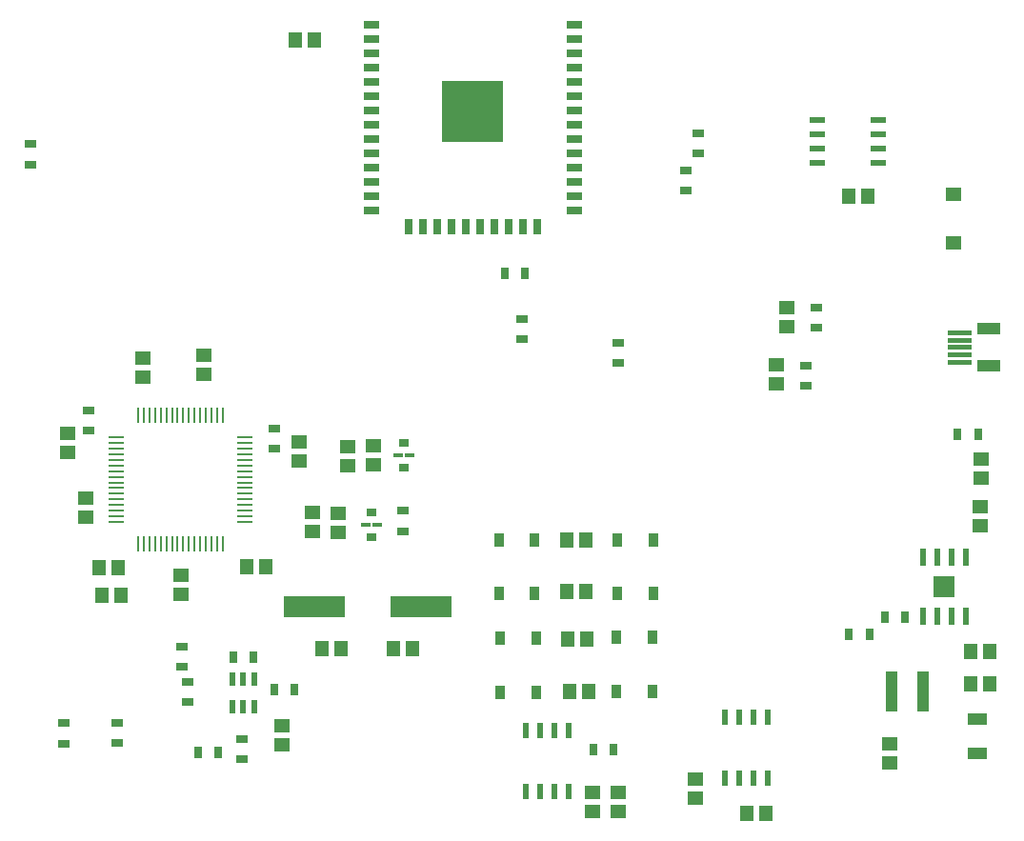
<source format=gtp>
G04 EAGLE Gerber RS-274X export*
G75*
%MOMM*%
%FSLAX34Y34*%
%LPD*%
%INSolderpaste Top*%
%IPPOS*%
%AMOC8*
5,1,8,0,0,1.08239X$1,22.5*%
G01*
%ADD10R,1.170000X1.370000*%
%ADD11R,1.370000X1.170000*%
%ADD12R,1.343000X1.143000*%
%ADD13R,0.898400X0.698400*%
%ADD14R,0.898400X0.298400*%
%ADD15R,5.390000X1.890000*%
%ADD16R,0.491900X1.507200*%
%ADD17R,1.935000X1.935000*%
%ADD18R,0.548400X1.423400*%
%ADD19R,1.373400X0.198400*%
%ADD20R,0.198400X1.373400*%
%ADD21R,0.498400X1.298400*%
%ADD22R,0.848400X1.248400*%
%ADD23R,1.074419X3.589019*%
%ADD24R,1.098400X0.698400*%
%ADD25R,0.698400X1.098400*%
%ADD26R,1.703000X1.053000*%
%ADD27R,1.448400X0.498400*%
%ADD28C,0.003481*%
%ADD29R,1.990000X0.990000*%
%ADD30R,1.398400X0.798400*%
%ADD31R,0.798400X1.398400*%
%ADD32R,5.492000X5.492000*%


D10*
X362500Y733700D03*
X345500Y733700D03*
X302000Y265100D03*
X319000Y265100D03*
D11*
X243600Y257300D03*
X243600Y240300D03*
X348900Y359400D03*
X348900Y376400D03*
X954400Y301100D03*
X954400Y318100D03*
X209900Y433300D03*
X209900Y450300D03*
X264400Y436000D03*
X264400Y453000D03*
X159100Y325800D03*
X159100Y308800D03*
X142600Y366600D03*
X142600Y383600D03*
X414600Y355800D03*
X414600Y372800D03*
X392100Y354500D03*
X392100Y371500D03*
X772700Y427700D03*
X772700Y444700D03*
X383400Y312800D03*
X383400Y295800D03*
X360400Y313100D03*
X360400Y296100D03*
X955100Y343600D03*
X955100Y360600D03*
D10*
X962200Y189600D03*
X945200Y189600D03*
X962500Y161100D03*
X945500Y161100D03*
D11*
X873900Y107300D03*
X873900Y90300D03*
D10*
X606100Y154100D03*
X589100Y154100D03*
X587100Y200400D03*
X604100Y200400D03*
X586800Y288400D03*
X603800Y288400D03*
X603500Y243100D03*
X586500Y243100D03*
D11*
X333600Y123400D03*
X333600Y106400D03*
X609400Y64800D03*
X609400Y47800D03*
X632700Y64400D03*
X632700Y47400D03*
X781800Y478300D03*
X781800Y495300D03*
D10*
X837500Y594700D03*
X854500Y594700D03*
X763200Y45900D03*
X746200Y45900D03*
D11*
X701100Y76000D03*
X701100Y59000D03*
D10*
X385800Y191900D03*
X368800Y191900D03*
X449100Y192400D03*
X432100Y192400D03*
X190400Y239400D03*
X173400Y239400D03*
X187700Y264400D03*
X170700Y264400D03*
D12*
X930500Y553200D03*
X930500Y596200D03*
D13*
X412700Y291700D03*
D14*
X417700Y302700D03*
D13*
X412700Y313700D03*
D14*
X407700Y302700D03*
D13*
X441900Y374900D03*
D14*
X436900Y363900D03*
D13*
X441900Y352900D03*
D14*
X446900Y363900D03*
D15*
X457100Y229500D03*
X362100Y229500D03*
D16*
X941150Y273733D03*
X928450Y273733D03*
X915750Y273733D03*
X903050Y273733D03*
X903050Y220667D03*
X915750Y220667D03*
X928450Y220667D03*
X941150Y220667D03*
D17*
X922100Y247200D03*
D18*
X588150Y119720D03*
X575450Y119720D03*
X562750Y119720D03*
X550050Y119720D03*
X550050Y65480D03*
X562750Y65480D03*
X575450Y65480D03*
X588150Y65480D03*
X726850Y77080D03*
X739550Y77080D03*
X752250Y77080D03*
X764950Y77080D03*
X764950Y131320D03*
X752250Y131320D03*
X739550Y131320D03*
X726850Y131320D03*
D19*
X300580Y305000D03*
X300580Y310000D03*
X300580Y315000D03*
X300580Y320000D03*
X300580Y325000D03*
X300580Y330000D03*
X300580Y335000D03*
X300580Y340000D03*
X300580Y345000D03*
X300580Y350000D03*
X300580Y355000D03*
X300580Y360000D03*
X300580Y365000D03*
X300580Y370000D03*
X300580Y375000D03*
X300580Y380000D03*
D20*
X280700Y399880D03*
X275700Y399880D03*
X270700Y399880D03*
X265700Y399880D03*
X260700Y399880D03*
X255700Y399880D03*
X250700Y399880D03*
X245700Y399880D03*
X240700Y399880D03*
X235700Y399880D03*
X230700Y399880D03*
X225700Y399880D03*
X220700Y399880D03*
X215700Y399880D03*
X210700Y399880D03*
X205700Y399880D03*
D19*
X185820Y380000D03*
X185820Y375000D03*
X185820Y370000D03*
X185820Y365000D03*
X185820Y360000D03*
X185820Y355000D03*
X185820Y350000D03*
X185820Y345000D03*
X185820Y340000D03*
X185820Y335000D03*
X185820Y330000D03*
X185820Y325000D03*
X185820Y320000D03*
X185820Y315000D03*
X185820Y310000D03*
X185820Y305000D03*
D20*
X205700Y285120D03*
X210700Y285120D03*
X215700Y285120D03*
X220700Y285120D03*
X225700Y285120D03*
X230700Y285120D03*
X235700Y285120D03*
X240700Y285120D03*
X245700Y285120D03*
X250700Y285120D03*
X255700Y285120D03*
X260700Y285120D03*
X265700Y285120D03*
X270700Y285120D03*
X275700Y285120D03*
X280700Y285120D03*
D21*
X289500Y140600D03*
X299000Y140600D03*
X308500Y140600D03*
X308500Y165600D03*
X299000Y165600D03*
X289500Y165600D03*
D22*
X559600Y201400D03*
X527600Y201400D03*
X527600Y153400D03*
X559600Y153400D03*
X558100Y289100D03*
X526100Y289100D03*
X526100Y241100D03*
X558100Y241100D03*
X631400Y241200D03*
X663400Y241200D03*
X663400Y289200D03*
X631400Y289200D03*
X631000Y154400D03*
X663000Y154400D03*
X663000Y202400D03*
X631000Y202400D03*
D23*
X875330Y154300D03*
X903270Y154300D03*
D24*
X632000Y464300D03*
X632000Y446300D03*
X298300Y111900D03*
X298300Y93900D03*
X139300Y126000D03*
X139300Y108000D03*
X187300Y126100D03*
X187300Y108100D03*
X703800Y650200D03*
X703800Y632200D03*
X692800Y617300D03*
X692800Y599300D03*
X798800Y443900D03*
X798800Y425900D03*
D25*
X610000Y102800D03*
X628000Y102800D03*
X855600Y205200D03*
X837600Y205200D03*
D24*
X808800Y495700D03*
X808800Y477700D03*
D25*
X531200Y525800D03*
X549200Y525800D03*
X934100Y382500D03*
X952100Y382500D03*
D24*
X547200Y467600D03*
X547200Y485600D03*
X249700Y145000D03*
X249700Y163000D03*
X161800Y404100D03*
X161800Y386100D03*
X244200Y176300D03*
X244200Y194300D03*
D25*
X887000Y220500D03*
X869000Y220500D03*
D24*
X110000Y640600D03*
X110000Y622600D03*
X326500Y387700D03*
X326500Y369700D03*
X441000Y314800D03*
X441000Y296800D03*
D25*
X326600Y155500D03*
X344600Y155500D03*
X290000Y185000D03*
X308000Y185000D03*
X277100Y100000D03*
X259100Y100000D03*
D26*
X951400Y129900D03*
X951400Y99500D03*
D27*
X863300Y624400D03*
X863300Y637100D03*
X863300Y649800D03*
X863300Y662500D03*
X809300Y624400D03*
X809300Y637100D03*
X809300Y649800D03*
X809300Y662500D03*
D28*
X945175Y455625D02*
X945175Y452175D01*
X925225Y452175D01*
X925225Y455625D01*
X945175Y455625D01*
X945175Y452208D02*
X925225Y452208D01*
X925225Y452241D02*
X945175Y452241D01*
X945175Y452274D02*
X925225Y452274D01*
X925225Y452307D02*
X945175Y452307D01*
X945175Y452340D02*
X925225Y452340D01*
X925225Y452373D02*
X945175Y452373D01*
X945175Y452406D02*
X925225Y452406D01*
X925225Y452439D02*
X945175Y452439D01*
X945175Y452472D02*
X925225Y452472D01*
X925225Y452505D02*
X945175Y452505D01*
X945175Y452538D02*
X925225Y452538D01*
X925225Y452571D02*
X945175Y452571D01*
X945175Y452604D02*
X925225Y452604D01*
X925225Y452637D02*
X945175Y452637D01*
X945175Y452670D02*
X925225Y452670D01*
X925225Y452703D02*
X945175Y452703D01*
X945175Y452736D02*
X925225Y452736D01*
X925225Y452769D02*
X945175Y452769D01*
X945175Y452802D02*
X925225Y452802D01*
X925225Y452835D02*
X945175Y452835D01*
X945175Y452868D02*
X925225Y452868D01*
X925225Y452901D02*
X945175Y452901D01*
X945175Y452934D02*
X925225Y452934D01*
X925225Y452967D02*
X945175Y452967D01*
X945175Y453000D02*
X925225Y453000D01*
X925225Y453033D02*
X945175Y453033D01*
X945175Y453066D02*
X925225Y453066D01*
X925225Y453099D02*
X945175Y453099D01*
X945175Y453132D02*
X925225Y453132D01*
X925225Y453165D02*
X945175Y453165D01*
X945175Y453198D02*
X925225Y453198D01*
X925225Y453231D02*
X945175Y453231D01*
X945175Y453264D02*
X925225Y453264D01*
X925225Y453297D02*
X945175Y453297D01*
X945175Y453330D02*
X925225Y453330D01*
X925225Y453363D02*
X945175Y453363D01*
X945175Y453396D02*
X925225Y453396D01*
X925225Y453429D02*
X945175Y453429D01*
X945175Y453462D02*
X925225Y453462D01*
X925225Y453495D02*
X945175Y453495D01*
X945175Y453528D02*
X925225Y453528D01*
X925225Y453561D02*
X945175Y453561D01*
X945175Y453594D02*
X925225Y453594D01*
X925225Y453627D02*
X945175Y453627D01*
X945175Y453660D02*
X925225Y453660D01*
X925225Y453693D02*
X945175Y453693D01*
X945175Y453726D02*
X925225Y453726D01*
X925225Y453759D02*
X945175Y453759D01*
X945175Y453792D02*
X925225Y453792D01*
X925225Y453825D02*
X945175Y453825D01*
X945175Y453858D02*
X925225Y453858D01*
X925225Y453891D02*
X945175Y453891D01*
X945175Y453924D02*
X925225Y453924D01*
X925225Y453957D02*
X945175Y453957D01*
X945175Y453990D02*
X925225Y453990D01*
X925225Y454023D02*
X945175Y454023D01*
X945175Y454056D02*
X925225Y454056D01*
X925225Y454089D02*
X945175Y454089D01*
X945175Y454122D02*
X925225Y454122D01*
X925225Y454155D02*
X945175Y454155D01*
X945175Y454188D02*
X925225Y454188D01*
X925225Y454221D02*
X945175Y454221D01*
X945175Y454254D02*
X925225Y454254D01*
X925225Y454287D02*
X945175Y454287D01*
X945175Y454320D02*
X925225Y454320D01*
X925225Y454353D02*
X945175Y454353D01*
X945175Y454386D02*
X925225Y454386D01*
X925225Y454419D02*
X945175Y454419D01*
X945175Y454452D02*
X925225Y454452D01*
X925225Y454485D02*
X945175Y454485D01*
X945175Y454518D02*
X925225Y454518D01*
X925225Y454551D02*
X945175Y454551D01*
X945175Y454584D02*
X925225Y454584D01*
X925225Y454617D02*
X945175Y454617D01*
X945175Y454650D02*
X925225Y454650D01*
X925225Y454683D02*
X945175Y454683D01*
X945175Y454716D02*
X925225Y454716D01*
X925225Y454749D02*
X945175Y454749D01*
X945175Y454782D02*
X925225Y454782D01*
X925225Y454815D02*
X945175Y454815D01*
X945175Y454848D02*
X925225Y454848D01*
X925225Y454881D02*
X945175Y454881D01*
X945175Y454914D02*
X925225Y454914D01*
X925225Y454947D02*
X945175Y454947D01*
X945175Y454980D02*
X925225Y454980D01*
X925225Y455013D02*
X945175Y455013D01*
X945175Y455046D02*
X925225Y455046D01*
X925225Y455079D02*
X945175Y455079D01*
X945175Y455112D02*
X925225Y455112D01*
X925225Y455145D02*
X945175Y455145D01*
X945175Y455178D02*
X925225Y455178D01*
X925225Y455211D02*
X945175Y455211D01*
X945175Y455244D02*
X925225Y455244D01*
X925225Y455277D02*
X945175Y455277D01*
X945175Y455310D02*
X925225Y455310D01*
X925225Y455343D02*
X945175Y455343D01*
X945175Y455376D02*
X925225Y455376D01*
X925225Y455409D02*
X945175Y455409D01*
X945175Y455442D02*
X925225Y455442D01*
X925225Y455475D02*
X945175Y455475D01*
X945175Y455508D02*
X925225Y455508D01*
X925225Y455541D02*
X945175Y455541D01*
X945175Y455574D02*
X925225Y455574D01*
X925225Y455607D02*
X945175Y455607D01*
X945175Y449125D02*
X945175Y445675D01*
X925225Y445675D01*
X925225Y449125D01*
X945175Y449125D01*
X945175Y445708D02*
X925225Y445708D01*
X925225Y445741D02*
X945175Y445741D01*
X945175Y445774D02*
X925225Y445774D01*
X925225Y445807D02*
X945175Y445807D01*
X945175Y445840D02*
X925225Y445840D01*
X925225Y445873D02*
X945175Y445873D01*
X945175Y445906D02*
X925225Y445906D01*
X925225Y445939D02*
X945175Y445939D01*
X945175Y445972D02*
X925225Y445972D01*
X925225Y446005D02*
X945175Y446005D01*
X945175Y446038D02*
X925225Y446038D01*
X925225Y446071D02*
X945175Y446071D01*
X945175Y446104D02*
X925225Y446104D01*
X925225Y446137D02*
X945175Y446137D01*
X945175Y446170D02*
X925225Y446170D01*
X925225Y446203D02*
X945175Y446203D01*
X945175Y446236D02*
X925225Y446236D01*
X925225Y446269D02*
X945175Y446269D01*
X945175Y446302D02*
X925225Y446302D01*
X925225Y446335D02*
X945175Y446335D01*
X945175Y446368D02*
X925225Y446368D01*
X925225Y446401D02*
X945175Y446401D01*
X945175Y446434D02*
X925225Y446434D01*
X925225Y446467D02*
X945175Y446467D01*
X945175Y446500D02*
X925225Y446500D01*
X925225Y446533D02*
X945175Y446533D01*
X945175Y446566D02*
X925225Y446566D01*
X925225Y446599D02*
X945175Y446599D01*
X945175Y446632D02*
X925225Y446632D01*
X925225Y446665D02*
X945175Y446665D01*
X945175Y446698D02*
X925225Y446698D01*
X925225Y446731D02*
X945175Y446731D01*
X945175Y446764D02*
X925225Y446764D01*
X925225Y446797D02*
X945175Y446797D01*
X945175Y446830D02*
X925225Y446830D01*
X925225Y446863D02*
X945175Y446863D01*
X945175Y446896D02*
X925225Y446896D01*
X925225Y446929D02*
X945175Y446929D01*
X945175Y446962D02*
X925225Y446962D01*
X925225Y446995D02*
X945175Y446995D01*
X945175Y447028D02*
X925225Y447028D01*
X925225Y447061D02*
X945175Y447061D01*
X945175Y447094D02*
X925225Y447094D01*
X925225Y447127D02*
X945175Y447127D01*
X945175Y447160D02*
X925225Y447160D01*
X925225Y447193D02*
X945175Y447193D01*
X945175Y447226D02*
X925225Y447226D01*
X925225Y447259D02*
X945175Y447259D01*
X945175Y447292D02*
X925225Y447292D01*
X925225Y447325D02*
X945175Y447325D01*
X945175Y447358D02*
X925225Y447358D01*
X925225Y447391D02*
X945175Y447391D01*
X945175Y447424D02*
X925225Y447424D01*
X925225Y447457D02*
X945175Y447457D01*
X945175Y447490D02*
X925225Y447490D01*
X925225Y447523D02*
X945175Y447523D01*
X945175Y447556D02*
X925225Y447556D01*
X925225Y447589D02*
X945175Y447589D01*
X945175Y447622D02*
X925225Y447622D01*
X925225Y447655D02*
X945175Y447655D01*
X945175Y447688D02*
X925225Y447688D01*
X925225Y447721D02*
X945175Y447721D01*
X945175Y447754D02*
X925225Y447754D01*
X925225Y447787D02*
X945175Y447787D01*
X945175Y447820D02*
X925225Y447820D01*
X925225Y447853D02*
X945175Y447853D01*
X945175Y447886D02*
X925225Y447886D01*
X925225Y447919D02*
X945175Y447919D01*
X945175Y447952D02*
X925225Y447952D01*
X925225Y447985D02*
X945175Y447985D01*
X945175Y448018D02*
X925225Y448018D01*
X925225Y448051D02*
X945175Y448051D01*
X945175Y448084D02*
X925225Y448084D01*
X925225Y448117D02*
X945175Y448117D01*
X945175Y448150D02*
X925225Y448150D01*
X925225Y448183D02*
X945175Y448183D01*
X945175Y448216D02*
X925225Y448216D01*
X925225Y448249D02*
X945175Y448249D01*
X945175Y448282D02*
X925225Y448282D01*
X925225Y448315D02*
X945175Y448315D01*
X945175Y448348D02*
X925225Y448348D01*
X925225Y448381D02*
X945175Y448381D01*
X945175Y448414D02*
X925225Y448414D01*
X925225Y448447D02*
X945175Y448447D01*
X945175Y448480D02*
X925225Y448480D01*
X925225Y448513D02*
X945175Y448513D01*
X945175Y448546D02*
X925225Y448546D01*
X925225Y448579D02*
X945175Y448579D01*
X945175Y448612D02*
X925225Y448612D01*
X925225Y448645D02*
X945175Y448645D01*
X945175Y448678D02*
X925225Y448678D01*
X925225Y448711D02*
X945175Y448711D01*
X945175Y448744D02*
X925225Y448744D01*
X925225Y448777D02*
X945175Y448777D01*
X945175Y448810D02*
X925225Y448810D01*
X925225Y448843D02*
X945175Y448843D01*
X945175Y448876D02*
X925225Y448876D01*
X925225Y448909D02*
X945175Y448909D01*
X945175Y448942D02*
X925225Y448942D01*
X925225Y448975D02*
X945175Y448975D01*
X945175Y449008D02*
X925225Y449008D01*
X925225Y449041D02*
X945175Y449041D01*
X945175Y449074D02*
X925225Y449074D01*
X925225Y449107D02*
X945175Y449107D01*
X945175Y458675D02*
X945175Y462125D01*
X945175Y458675D02*
X925225Y458675D01*
X925225Y462125D01*
X945175Y462125D01*
X945175Y458708D02*
X925225Y458708D01*
X925225Y458741D02*
X945175Y458741D01*
X945175Y458774D02*
X925225Y458774D01*
X925225Y458807D02*
X945175Y458807D01*
X945175Y458840D02*
X925225Y458840D01*
X925225Y458873D02*
X945175Y458873D01*
X945175Y458906D02*
X925225Y458906D01*
X925225Y458939D02*
X945175Y458939D01*
X945175Y458972D02*
X925225Y458972D01*
X925225Y459005D02*
X945175Y459005D01*
X945175Y459038D02*
X925225Y459038D01*
X925225Y459071D02*
X945175Y459071D01*
X945175Y459104D02*
X925225Y459104D01*
X925225Y459137D02*
X945175Y459137D01*
X945175Y459170D02*
X925225Y459170D01*
X925225Y459203D02*
X945175Y459203D01*
X945175Y459236D02*
X925225Y459236D01*
X925225Y459269D02*
X945175Y459269D01*
X945175Y459302D02*
X925225Y459302D01*
X925225Y459335D02*
X945175Y459335D01*
X945175Y459368D02*
X925225Y459368D01*
X925225Y459401D02*
X945175Y459401D01*
X945175Y459434D02*
X925225Y459434D01*
X925225Y459467D02*
X945175Y459467D01*
X945175Y459500D02*
X925225Y459500D01*
X925225Y459533D02*
X945175Y459533D01*
X945175Y459566D02*
X925225Y459566D01*
X925225Y459599D02*
X945175Y459599D01*
X945175Y459632D02*
X925225Y459632D01*
X925225Y459665D02*
X945175Y459665D01*
X945175Y459698D02*
X925225Y459698D01*
X925225Y459731D02*
X945175Y459731D01*
X945175Y459764D02*
X925225Y459764D01*
X925225Y459797D02*
X945175Y459797D01*
X945175Y459830D02*
X925225Y459830D01*
X925225Y459863D02*
X945175Y459863D01*
X945175Y459896D02*
X925225Y459896D01*
X925225Y459929D02*
X945175Y459929D01*
X945175Y459962D02*
X925225Y459962D01*
X925225Y459995D02*
X945175Y459995D01*
X945175Y460028D02*
X925225Y460028D01*
X925225Y460061D02*
X945175Y460061D01*
X945175Y460094D02*
X925225Y460094D01*
X925225Y460127D02*
X945175Y460127D01*
X945175Y460160D02*
X925225Y460160D01*
X925225Y460193D02*
X945175Y460193D01*
X945175Y460226D02*
X925225Y460226D01*
X925225Y460259D02*
X945175Y460259D01*
X945175Y460292D02*
X925225Y460292D01*
X925225Y460325D02*
X945175Y460325D01*
X945175Y460358D02*
X925225Y460358D01*
X925225Y460391D02*
X945175Y460391D01*
X945175Y460424D02*
X925225Y460424D01*
X925225Y460457D02*
X945175Y460457D01*
X945175Y460490D02*
X925225Y460490D01*
X925225Y460523D02*
X945175Y460523D01*
X945175Y460556D02*
X925225Y460556D01*
X925225Y460589D02*
X945175Y460589D01*
X945175Y460622D02*
X925225Y460622D01*
X925225Y460655D02*
X945175Y460655D01*
X945175Y460688D02*
X925225Y460688D01*
X925225Y460721D02*
X945175Y460721D01*
X945175Y460754D02*
X925225Y460754D01*
X925225Y460787D02*
X945175Y460787D01*
X945175Y460820D02*
X925225Y460820D01*
X925225Y460853D02*
X945175Y460853D01*
X945175Y460886D02*
X925225Y460886D01*
X925225Y460919D02*
X945175Y460919D01*
X945175Y460952D02*
X925225Y460952D01*
X925225Y460985D02*
X945175Y460985D01*
X945175Y461018D02*
X925225Y461018D01*
X925225Y461051D02*
X945175Y461051D01*
X945175Y461084D02*
X925225Y461084D01*
X925225Y461117D02*
X945175Y461117D01*
X945175Y461150D02*
X925225Y461150D01*
X925225Y461183D02*
X945175Y461183D01*
X945175Y461216D02*
X925225Y461216D01*
X925225Y461249D02*
X945175Y461249D01*
X945175Y461282D02*
X925225Y461282D01*
X925225Y461315D02*
X945175Y461315D01*
X945175Y461348D02*
X925225Y461348D01*
X925225Y461381D02*
X945175Y461381D01*
X945175Y461414D02*
X925225Y461414D01*
X925225Y461447D02*
X945175Y461447D01*
X945175Y461480D02*
X925225Y461480D01*
X925225Y461513D02*
X945175Y461513D01*
X945175Y461546D02*
X925225Y461546D01*
X925225Y461579D02*
X945175Y461579D01*
X945175Y461612D02*
X925225Y461612D01*
X925225Y461645D02*
X945175Y461645D01*
X945175Y461678D02*
X925225Y461678D01*
X925225Y461711D02*
X945175Y461711D01*
X945175Y461744D02*
X925225Y461744D01*
X925225Y461777D02*
X945175Y461777D01*
X945175Y461810D02*
X925225Y461810D01*
X925225Y461843D02*
X945175Y461843D01*
X945175Y461876D02*
X925225Y461876D01*
X925225Y461909D02*
X945175Y461909D01*
X945175Y461942D02*
X925225Y461942D01*
X925225Y461975D02*
X945175Y461975D01*
X945175Y462008D02*
X925225Y462008D01*
X925225Y462041D02*
X945175Y462041D01*
X945175Y462074D02*
X925225Y462074D01*
X925225Y462107D02*
X945175Y462107D01*
X945175Y471675D02*
X945175Y475125D01*
X945175Y471675D02*
X925225Y471675D01*
X925225Y475125D01*
X945175Y475125D01*
X945175Y471708D02*
X925225Y471708D01*
X925225Y471741D02*
X945175Y471741D01*
X945175Y471774D02*
X925225Y471774D01*
X925225Y471807D02*
X945175Y471807D01*
X945175Y471840D02*
X925225Y471840D01*
X925225Y471873D02*
X945175Y471873D01*
X945175Y471906D02*
X925225Y471906D01*
X925225Y471939D02*
X945175Y471939D01*
X945175Y471972D02*
X925225Y471972D01*
X925225Y472005D02*
X945175Y472005D01*
X945175Y472038D02*
X925225Y472038D01*
X925225Y472071D02*
X945175Y472071D01*
X945175Y472104D02*
X925225Y472104D01*
X925225Y472137D02*
X945175Y472137D01*
X945175Y472170D02*
X925225Y472170D01*
X925225Y472203D02*
X945175Y472203D01*
X945175Y472236D02*
X925225Y472236D01*
X925225Y472269D02*
X945175Y472269D01*
X945175Y472302D02*
X925225Y472302D01*
X925225Y472335D02*
X945175Y472335D01*
X945175Y472368D02*
X925225Y472368D01*
X925225Y472401D02*
X945175Y472401D01*
X945175Y472434D02*
X925225Y472434D01*
X925225Y472467D02*
X945175Y472467D01*
X945175Y472500D02*
X925225Y472500D01*
X925225Y472533D02*
X945175Y472533D01*
X945175Y472566D02*
X925225Y472566D01*
X925225Y472599D02*
X945175Y472599D01*
X945175Y472632D02*
X925225Y472632D01*
X925225Y472665D02*
X945175Y472665D01*
X945175Y472698D02*
X925225Y472698D01*
X925225Y472731D02*
X945175Y472731D01*
X945175Y472764D02*
X925225Y472764D01*
X925225Y472797D02*
X945175Y472797D01*
X945175Y472830D02*
X925225Y472830D01*
X925225Y472863D02*
X945175Y472863D01*
X945175Y472896D02*
X925225Y472896D01*
X925225Y472929D02*
X945175Y472929D01*
X945175Y472962D02*
X925225Y472962D01*
X925225Y472995D02*
X945175Y472995D01*
X945175Y473028D02*
X925225Y473028D01*
X925225Y473061D02*
X945175Y473061D01*
X945175Y473094D02*
X925225Y473094D01*
X925225Y473127D02*
X945175Y473127D01*
X945175Y473160D02*
X925225Y473160D01*
X925225Y473193D02*
X945175Y473193D01*
X945175Y473226D02*
X925225Y473226D01*
X925225Y473259D02*
X945175Y473259D01*
X945175Y473292D02*
X925225Y473292D01*
X925225Y473325D02*
X945175Y473325D01*
X945175Y473358D02*
X925225Y473358D01*
X925225Y473391D02*
X945175Y473391D01*
X945175Y473424D02*
X925225Y473424D01*
X925225Y473457D02*
X945175Y473457D01*
X945175Y473490D02*
X925225Y473490D01*
X925225Y473523D02*
X945175Y473523D01*
X945175Y473556D02*
X925225Y473556D01*
X925225Y473589D02*
X945175Y473589D01*
X945175Y473622D02*
X925225Y473622D01*
X925225Y473655D02*
X945175Y473655D01*
X945175Y473688D02*
X925225Y473688D01*
X925225Y473721D02*
X945175Y473721D01*
X945175Y473754D02*
X925225Y473754D01*
X925225Y473787D02*
X945175Y473787D01*
X945175Y473820D02*
X925225Y473820D01*
X925225Y473853D02*
X945175Y473853D01*
X945175Y473886D02*
X925225Y473886D01*
X925225Y473919D02*
X945175Y473919D01*
X945175Y473952D02*
X925225Y473952D01*
X925225Y473985D02*
X945175Y473985D01*
X945175Y474018D02*
X925225Y474018D01*
X925225Y474051D02*
X945175Y474051D01*
X945175Y474084D02*
X925225Y474084D01*
X925225Y474117D02*
X945175Y474117D01*
X945175Y474150D02*
X925225Y474150D01*
X925225Y474183D02*
X945175Y474183D01*
X945175Y474216D02*
X925225Y474216D01*
X925225Y474249D02*
X945175Y474249D01*
X945175Y474282D02*
X925225Y474282D01*
X925225Y474315D02*
X945175Y474315D01*
X945175Y474348D02*
X925225Y474348D01*
X925225Y474381D02*
X945175Y474381D01*
X945175Y474414D02*
X925225Y474414D01*
X925225Y474447D02*
X945175Y474447D01*
X945175Y474480D02*
X925225Y474480D01*
X925225Y474513D02*
X945175Y474513D01*
X945175Y474546D02*
X925225Y474546D01*
X925225Y474579D02*
X945175Y474579D01*
X945175Y474612D02*
X925225Y474612D01*
X925225Y474645D02*
X945175Y474645D01*
X945175Y474678D02*
X925225Y474678D01*
X925225Y474711D02*
X945175Y474711D01*
X945175Y474744D02*
X925225Y474744D01*
X925225Y474777D02*
X945175Y474777D01*
X945175Y474810D02*
X925225Y474810D01*
X925225Y474843D02*
X945175Y474843D01*
X945175Y474876D02*
X925225Y474876D01*
X925225Y474909D02*
X945175Y474909D01*
X945175Y474942D02*
X925225Y474942D01*
X925225Y474975D02*
X945175Y474975D01*
X945175Y475008D02*
X925225Y475008D01*
X925225Y475041D02*
X945175Y475041D01*
X945175Y475074D02*
X925225Y475074D01*
X925225Y475107D02*
X945175Y475107D01*
X945175Y468625D02*
X945175Y465175D01*
X925225Y465175D01*
X925225Y468625D01*
X945175Y468625D01*
X945175Y465208D02*
X925225Y465208D01*
X925225Y465241D02*
X945175Y465241D01*
X945175Y465274D02*
X925225Y465274D01*
X925225Y465307D02*
X945175Y465307D01*
X945175Y465340D02*
X925225Y465340D01*
X925225Y465373D02*
X945175Y465373D01*
X945175Y465406D02*
X925225Y465406D01*
X925225Y465439D02*
X945175Y465439D01*
X945175Y465472D02*
X925225Y465472D01*
X925225Y465505D02*
X945175Y465505D01*
X945175Y465538D02*
X925225Y465538D01*
X925225Y465571D02*
X945175Y465571D01*
X945175Y465604D02*
X925225Y465604D01*
X925225Y465637D02*
X945175Y465637D01*
X945175Y465670D02*
X925225Y465670D01*
X925225Y465703D02*
X945175Y465703D01*
X945175Y465736D02*
X925225Y465736D01*
X925225Y465769D02*
X945175Y465769D01*
X945175Y465802D02*
X925225Y465802D01*
X925225Y465835D02*
X945175Y465835D01*
X945175Y465868D02*
X925225Y465868D01*
X925225Y465901D02*
X945175Y465901D01*
X945175Y465934D02*
X925225Y465934D01*
X925225Y465967D02*
X945175Y465967D01*
X945175Y466000D02*
X925225Y466000D01*
X925225Y466033D02*
X945175Y466033D01*
X945175Y466066D02*
X925225Y466066D01*
X925225Y466099D02*
X945175Y466099D01*
X945175Y466132D02*
X925225Y466132D01*
X925225Y466165D02*
X945175Y466165D01*
X945175Y466198D02*
X925225Y466198D01*
X925225Y466231D02*
X945175Y466231D01*
X945175Y466264D02*
X925225Y466264D01*
X925225Y466297D02*
X945175Y466297D01*
X945175Y466330D02*
X925225Y466330D01*
X925225Y466363D02*
X945175Y466363D01*
X945175Y466396D02*
X925225Y466396D01*
X925225Y466429D02*
X945175Y466429D01*
X945175Y466462D02*
X925225Y466462D01*
X925225Y466495D02*
X945175Y466495D01*
X945175Y466528D02*
X925225Y466528D01*
X925225Y466561D02*
X945175Y466561D01*
X945175Y466594D02*
X925225Y466594D01*
X925225Y466627D02*
X945175Y466627D01*
X945175Y466660D02*
X925225Y466660D01*
X925225Y466693D02*
X945175Y466693D01*
X945175Y466726D02*
X925225Y466726D01*
X925225Y466759D02*
X945175Y466759D01*
X945175Y466792D02*
X925225Y466792D01*
X925225Y466825D02*
X945175Y466825D01*
X945175Y466858D02*
X925225Y466858D01*
X925225Y466891D02*
X945175Y466891D01*
X945175Y466924D02*
X925225Y466924D01*
X925225Y466957D02*
X945175Y466957D01*
X945175Y466990D02*
X925225Y466990D01*
X925225Y467023D02*
X945175Y467023D01*
X945175Y467056D02*
X925225Y467056D01*
X925225Y467089D02*
X945175Y467089D01*
X945175Y467122D02*
X925225Y467122D01*
X925225Y467155D02*
X945175Y467155D01*
X945175Y467188D02*
X925225Y467188D01*
X925225Y467221D02*
X945175Y467221D01*
X945175Y467254D02*
X925225Y467254D01*
X925225Y467287D02*
X945175Y467287D01*
X945175Y467320D02*
X925225Y467320D01*
X925225Y467353D02*
X945175Y467353D01*
X945175Y467386D02*
X925225Y467386D01*
X925225Y467419D02*
X945175Y467419D01*
X945175Y467452D02*
X925225Y467452D01*
X925225Y467485D02*
X945175Y467485D01*
X945175Y467518D02*
X925225Y467518D01*
X925225Y467551D02*
X945175Y467551D01*
X945175Y467584D02*
X925225Y467584D01*
X925225Y467617D02*
X945175Y467617D01*
X945175Y467650D02*
X925225Y467650D01*
X925225Y467683D02*
X945175Y467683D01*
X945175Y467716D02*
X925225Y467716D01*
X925225Y467749D02*
X945175Y467749D01*
X945175Y467782D02*
X925225Y467782D01*
X925225Y467815D02*
X945175Y467815D01*
X945175Y467848D02*
X925225Y467848D01*
X925225Y467881D02*
X945175Y467881D01*
X945175Y467914D02*
X925225Y467914D01*
X925225Y467947D02*
X945175Y467947D01*
X945175Y467980D02*
X925225Y467980D01*
X925225Y468013D02*
X945175Y468013D01*
X945175Y468046D02*
X925225Y468046D01*
X925225Y468079D02*
X945175Y468079D01*
X945175Y468112D02*
X925225Y468112D01*
X925225Y468145D02*
X945175Y468145D01*
X945175Y468178D02*
X925225Y468178D01*
X925225Y468211D02*
X945175Y468211D01*
X945175Y468244D02*
X925225Y468244D01*
X925225Y468277D02*
X945175Y468277D01*
X945175Y468310D02*
X925225Y468310D01*
X925225Y468343D02*
X945175Y468343D01*
X945175Y468376D02*
X925225Y468376D01*
X925225Y468409D02*
X945175Y468409D01*
X945175Y468442D02*
X925225Y468442D01*
X925225Y468475D02*
X945175Y468475D01*
X945175Y468508D02*
X925225Y468508D01*
X925225Y468541D02*
X945175Y468541D01*
X945175Y468574D02*
X925225Y468574D01*
X925225Y468607D02*
X945175Y468607D01*
D29*
X961500Y477100D03*
X961500Y444100D03*
D30*
X413000Y747000D03*
X413000Y734300D03*
X413000Y721600D03*
X413000Y708900D03*
X413000Y696200D03*
X413000Y683500D03*
X413000Y670800D03*
X413000Y658100D03*
X413000Y645400D03*
X413000Y632700D03*
X413000Y620000D03*
X413000Y607300D03*
X413000Y594600D03*
X413000Y581900D03*
D31*
X445850Y567000D03*
X458550Y567000D03*
X471250Y567000D03*
X483950Y567000D03*
X496650Y567000D03*
X509350Y567000D03*
X522050Y567000D03*
X534750Y567000D03*
X547450Y567000D03*
X560150Y567000D03*
D30*
X593000Y581900D03*
X593000Y594600D03*
X593000Y607300D03*
X593000Y620000D03*
X593000Y632700D03*
X593000Y645400D03*
X593000Y658100D03*
X593000Y670800D03*
X593000Y683500D03*
X593000Y696200D03*
X593000Y708900D03*
X593000Y721600D03*
X593000Y734300D03*
X593000Y747000D03*
D32*
X503000Y670000D03*
M02*

</source>
